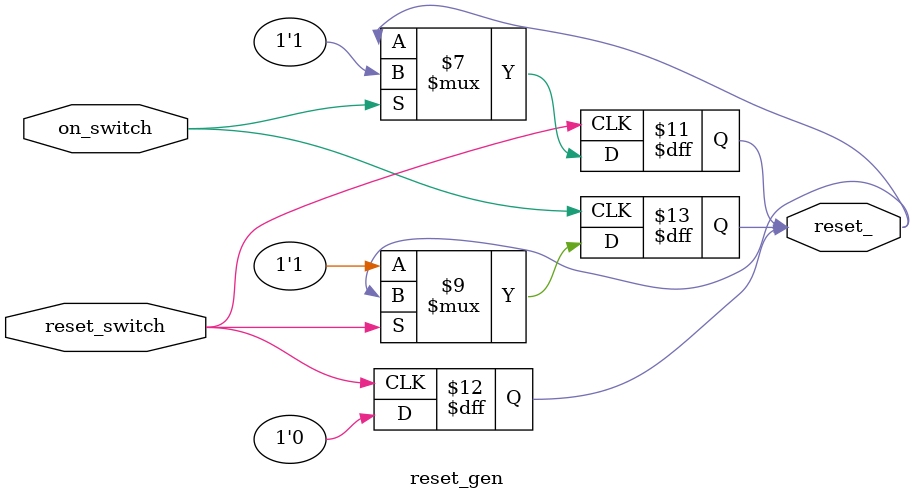
<source format=v>


// notare che la maggior parte dei moduli sono parametrizzati in
// dimensioni e temporizzazioni. questo pero' non significa che
// il processore funzionera' con dimensioni del bus arbitrarie
// (ad esempio, se si estende il bus a 32 bit, il processore 
// provera' comunque a leggere word da 16 bit nei registri 
// di indirizzo)

module computer (
	on_switch, reset_switch	// alimentazione
);
	
	input on_switch, reset_switch;

	// alimentazione 
	clock_gen clk(clock);

	reset_gen res (
		on_switch, reset_switch,
		reset_
	);

	// bus
	parameter RAM_SIZE = 16;
	parameter EPROM_SIZE = 12;
	parameter IO_SIZE = 16;

	wire[RAM_SIZE - 1:0] addr;
	wire[7:0] d7_d0;
	wire mr_, mw_, ior_, iow_;
	wire clock, reset_;
	
	// processore 
	processor proc (
		addr, 
		d7_d0, 
		mr_, mw_, ior_, iow_, 
		clock, reset_
	);

	// memoria
	mem_space mem (
		addr,
		d7_d0,
		mr_, mw_ 
	);

	io_space io (
		clock, reset_,
		addr[IO_SIZE - 1:0],
		d7_d0,
		ior_, iow_
	);
endmodule

// utility (di alimentazione)
// per la generazione del clock e del reset
module clock_gen #(parameter CLOCK = 5) (clock);
	output reg clock;

	initial clock = 1'B0;
	always #CLOCK clock = ~clock; 
endmodule

module reset_gen #(parameter RESET_DELAY = 0) (
	on_switch, reset_switch,
	reset_
);
	
	input on_switch, reset_switch;
	output reg reset_;

	initial reset_ = 1'B0;

	always @(posedge on_switch) if(reset_switch == 0) begin
		reset_ <= 1'B0;
		#RESET_DELAY;
		reset_ <= 1'B1;
	end

	always @(posedge reset_switch)
		reset_ <= 1'B0;

	always @(negedge reset_switch) if(on_switch == 1) begin
		#RESET_DELAY;
		reset_ <= 1'B1;
	end
endmodule

</source>
